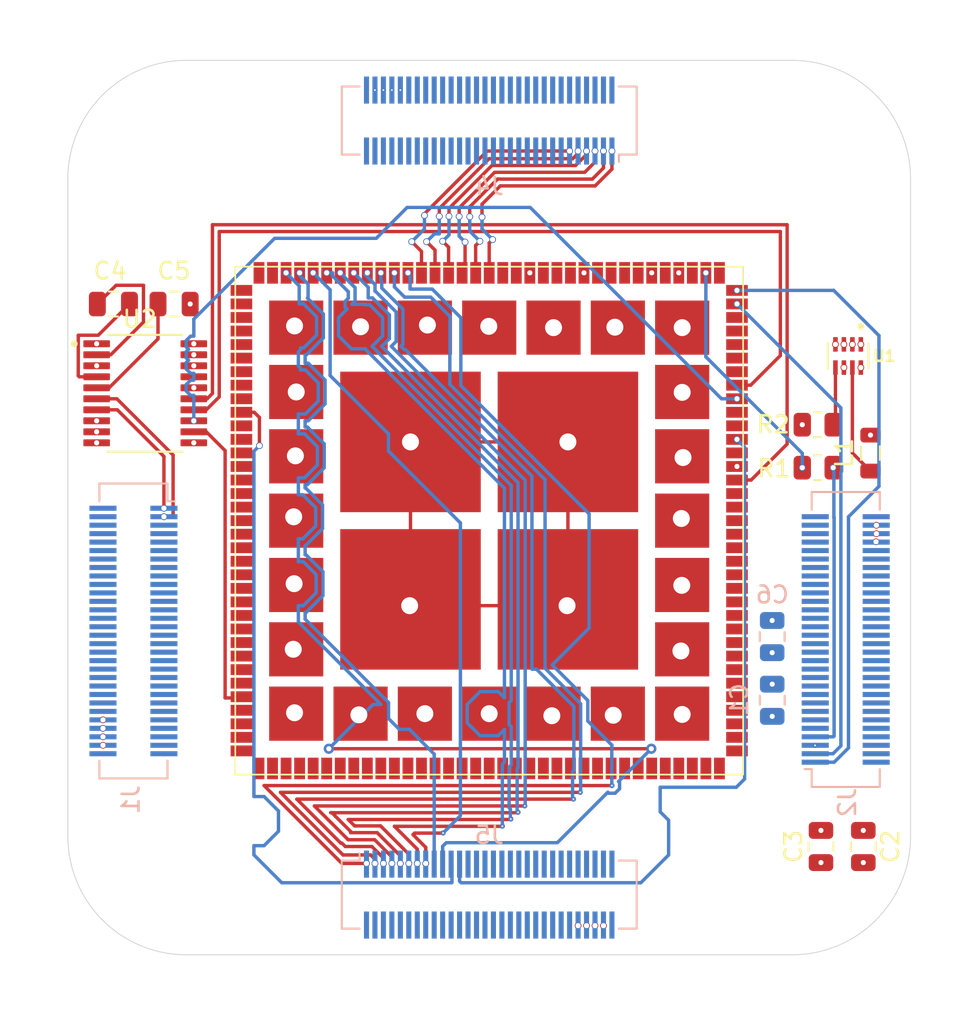
<source format=kicad_pcb>
(kicad_pcb (version 20241229) (generator "pcbnew") (generator_version "9.0")
  (layers (0 "F.Cu" signal) (4 "In1.Cu" power) (6 "In2.Cu" power) (8 "In3.Cu" power) (10 "In4.Cu" power) (2 "B.Cu" power) (13 "F.Paste" user) (15 "B.Paste" user) (5 "F.SilkS" user "F.Silkscreen") (7 "B.SilkS" user "B.Silkscreen") (1 "F.Mask" user) (3 "B.Mask" user) (25 "Edge.Cuts" user))
  (net 0 "")
  (net 3 "+5V")
  (net 13 "+3.3V")
  (net 31 "Net-(U2-CAPM)")
  (net 41 "Net-(U2-CAPP)")
  (net 56 "Net-(U2-VNEG)")
  (net 57 "+3.7VBAT")
  (net 112 "/AUDIO_RIGHT")
  (net 113 "/AUDIO_LEFT")
  (net 114 "/USB_N")
  (net 115 "/USB_VBUS_DET")
  (net 116 "/USB_P")
  (net 117 "/SAI_BITCLOCK")
  (net 118 "Net-(MCM93_MOD1-Pad2)")
  (net 119 "/AUDIO_DATA_OUT")
  (net 120 "/AUDIO_FRAME_CLOCK")
  (net 121 "Net-(U1-VSET)")
  (net 122 "Net-(U1-SW)")
  (net 326 "GND")
  (net 327 "/CSI_D1_N")
  (net 328 "/CSI_CLK_N")
  (net 329 "/CSI_CLK_P")
  (net 330 "/CSI_D0_N")
  (net 331 "/CSI_D1_P")
  (net 332 "/CSI_D0_P")
  (net 333 "/I2C3_SCL")
  (net 334 "/DSI_CLK_P")
  (net 335 "/DSI_D3_N")
  (net 336 "/DSI_D2_P")
  (net 337 "/I2C3_SDA")
  (net 338 "/DSI_D0_N")
  (net 339 "/DSI_D3_P")
  (net 340 "/DSI_D1_N")
  (net 341 "/DSI_D1_P")
  (net 342 "/DSI_D2_N")
  (net 343 "/DSI_CLK_N")
  (net 344 "/DSI_D0_P")
  (footprint "Resistor_SMD:R_0805_2012Metric" (layer "F.Cu") (at 171.8075 91.62415)
    (property "Reference" "R1")
    (property "Value" "100Kohm")
  )
  (footprint "TPS62840:SON50P200X150X100-8N" (layer "F.Cu") (at 173.603912 85.026087 -90)
    (property "Reference" "U1")
    (property "Value" "TPS62840DLCR")
  )
  (footprint "Inductor_SMD:L_0805_2012Metric" (layer "F.Cu") (at 174.92374 90.762079 90)
    (property "Reference" "L1")
    (property "Value" "2.2uH")
  )
  (footprint "" (layer "F.Cu") (at 166.5 112.5)
    (property "Reference" "")
    (property "Value" "")
  )
  (footprint "MountingHole:MountingHole_2.2mm_M2" (layer "F.Cu") (at 166.5 75.5)
    (property "Reference" "REF**" (hide yes))
    (property "Value" "MountingHole_2.2mm_M2" (hide yes))
  )
  (footprint "PCM5102APWR:SOP65P640X120-20N" (layer "F.Cu") (at 132.08 87.230139)
    (property "Reference" "U2")
    (property "Value" "PCM5102APWR")
  )
  (footprint "MountingHole:MountingHole_2.2mm_M2" (layer "F.Cu") (at 138.5 75.5)
    (property "Reference" "REF**" (hide yes))
    (property "Value" "MountingHole_2.2mm_M2" (hide yes))
  )
  (footprint "Capacitor_SMD:C_0805_2012Metric" (layer "F.Cu") (at 130.200477 81.957219)
    (property "Reference" "C4")
    (property "Value" "2.2uF")
  )
  (footprint "LGA:LGA-140-080-30x30-iMX93" (layer "F.Cu") (at 152.4 94.75244)
    (property "Reference" "MCM93_MOD1" (hide yes))
    (property "Value" "MCM93_MOD" (hide yes))
  )
  (footprint "Capacitor_SMD:C_0805_2012Metric" (layer "F.Cu") (at 172 114 90)
    (property "Reference" "C3")
    (property "Value" "10uF")
  )
  (footprint "Capacitor_SMD:C_0805_2012Metric" (layer "F.Cu") (at 174.5 114 90)
    (property "Reference" "C2")
    (property "Value" "4.7uF")
  )
  (footprint "" (layer "F.Cu") (at 138.5 112.5)
    (property "Reference" "")
    (property "Value" "")
  )
  (footprint "LOGO" (layer "F.Cu") (at 171.186552 90.361142)
    (property "Reference" "G***" (hide yes))
    (property "Value" "LOGO" (hide yes))
  )
  (footprint "Resistor_SMD:R_0805_2012Metric" (layer "F.Cu") (at 171.8075 89.085009)
    (property "Reference" "R2")
    (property "Value" "267K")
  )
  (footprint "Capacitor_SMD:C_0805_2012Metric" (layer "F.Cu") (at 133.784141 81.957219)
    (property "Reference" "C5")
    (property "Value" "2.2uF")
  )
  (footprint "Capacitor_SMD:C_0805_2012Metric" (layer "B.Cu") (at 169.115906 101.6 90)
    (property "Reference" "C6")
    (property "Value" "22uF")
  )
  (footprint "Connector_Hirose:Hirose_DF12_DF12E3.0-60DP-0.5V_2x30_P0.50mm_Vertical" (layer "B.Cu") (at 152.4 116.84)
    (property "Reference" "J5")
    (property "Value" "Conn_2Rows-59Pins")
  )
  (footprint "Capacitor_SMD:C_0805_2012Metric" (layer "B.Cu") (at 169.118607 105.361699 -90)
    (property "Reference" "C1")
    (property "Value" "22uF")
  )
  (footprint "Connector_Hirose:Hirose_DF12_DF12E3.0-60DP-0.5V_2x30_P0.50mm_Vertical" (layer "B.Cu") (at 152.4 71.12 180)
    (property "Reference" "J4")
    (property "Value" "Conn_2Rows-59Pins")
  )
  (footprint "Connector_Hirose:Hirose_DF12_DF12E3.0-60DP-0.5V_2x30_P0.50mm_Vertical" (layer "B.Cu") (at 173.46 101.77 90)
    (property "Reference" "J2")
    (property "Value" "Conn_2Rows-59Pins")
  )
  (footprint "Connector_Hirose:Hirose_DF12_DF12E3.0-60DP-0.5V_2x30_P0.50mm_Vertical" (layer "B.Cu") (at 131.383729 101.27 -90)
    (property "Reference" "J1")
    (property "Value" "Conn_2Rows-59Pins")
  )
  (gr_arc (start 177.292 113.396) (mid 175.241747 118.345747) (end 170.292 120.396) (stroke (width 0.05)) (layer "Edge.Cuts"))
  (gr_arc (start 170.292 67.564) (mid 175.241747 69.614253) (end 177.292 74.564) (stroke (width 0.05)) (layer "Edge.Cuts"))
  (gr_line (start 177.292 74.564) (end 177.292 113.396) (stroke (width 0.05)) (layer "Edge.Cuts"))
  (gr_line (start 170.292 120.396) (end 134.508 120.396) (stroke (width 0.05)) (layer "Edge.Cuts"))
  (gr_arc (start 134.508 120.396) (mid 129.558253 118.345747) (end 127.508 113.396) (stroke (width 0.05)) (layer "Edge.Cuts"))
  (gr_arc (start 127.508 74.564) (mid 129.558253 69.614253) (end 134.508 67.564) (stroke (width 0.05)) (layer "Edge.Cuts"))
  (gr_line (start 127.508 113.396) (end 127.508 74.564) (stroke (width 0.05)) (layer "Edge.Cuts"))
  (gr_line (start 134.508 67.564) (end 170.292 67.564) (stroke (width 0.05)) (layer "Edge.Cuts"))
  (via blind (at 169.118607 104.411699) (size 0.4) (drill 0.3) (layers "F.Cu" "In1.Cu") (net 3))
  (via blind (at 162 80.11544) (size 0.4) (drill 0.3) (layers "F.Cu" "In1.Cu") (net 3))
  (via blind (at 154.8 80.11544) (size 0.4) (drill 0.3) (layers "F.Cu" "In1.Cu") (net 3))
  (via blind (at 163.6 80.11544) (size 0.4) (drill 0.3) (layers "F.Cu" "In1.Cu") (net 3))
  (via blind (at 157.65 118.675) (size 0.4) (drill 0.3) (layers "F.Cu" "In1.Cu") (net 3))
  (via blind (at 173.853912 84.341087) (size 0.4) (drill 0.3) (layers "F.Cu" "In1.Cu") (net 3))
  (via blind (at 147.15 69.32) (size 0.3) (drill 0.1) (layers "F.Cu" "In1.Cu") (net 3))
  (via blind (at 173.353912 84.341087) (size 0.4) (drill 0.3) (layers "F.Cu" "In1.Cu") (net 3))
  (via blind (at 129.583729 106.52) (size 0.4) (drill 0.3) (layers "F.Cu" "In1.Cu") (net 3))
  (via blind (at 174.5 114.95) (size 0.4) (drill 0.3) (layers "F.Cu" "In1.Cu") (net 3))
  (via blind (at 175.275 95.525) (size 0.4) (drill 0.3) (layers "F.Cu" "In1.Cu") (net 3))
  (via blind (at 158 80.11544) (size 0.4) (drill 0.3) (layers "F.Cu" "In1.Cu") (net 3))
  (via blind (at 129.583729 107.02) (size 0.4) (drill 0.3) (layers "F.Cu" "In2.Cu") (net 13))
  (via blind (at 172 114.95) (size 0.6) (drill 0.3) (layers "F.Cu" "In2.Cu") (net 13))
  (via blind (at 129.21 84.305139) (size 0.4) (drill 0.3) (layers "F.Cu" "In2.Cu") (net 13))
  (via blind (at 129.21 88.855139) (size 0.4) (drill 0.3) (layers "F.Cu" "In2.Cu") (net 13))
  (via blind (at 146.65 69.32) (size 0.3) (drill 0.1) (layers "F.Cu" "In2.Cu") (net 13))
  (via blind (at 134.95 84.305139) (size 0.4) (drill 0.3) (layers "F.Cu" "In2.Cu") (net 13))
  (via blind (at 174.92374 89.699579) (size 0.4) (drill 0.3) (layers "F.Cu" "In2.Cu") (net 13))
  (via blind (at 174.353912 85.711087) (size 0.4) (drill 0.3) (layers "F.Cu" "In2.Cu") (net 13))
  (via blind (at 158.15 118.675) (size 0.4) (drill 0.3) (layers "F.Cu" "In2.Cu") (net 13))
  (segment (start 128.134861 83.799139) (end 128.124 83.81) (width 0.2) (layer "F.Cu") (net 31))
  (segment (start 131.150477 81.957219) (end 129.308557 83.799139) (width 0.2) (layer "F.Cu") (net 31))
  (segment (start 128.124 83.81) (end 128.124 86.194217) (width 0.2) (layer "F.Cu") (net 31))
  (segment (start 128.124 86.194217) (end 128.184922 86.255139) (width 0.2) (layer "F.Cu") (net 31))
  (segment (start 129.308557 83.799139) (end 128.134861 83.799139) (width 0.2) (layer "F.Cu") (net 31))
  (segment (start 128.184922 86.255139) (end 129.21 86.255139) (width 0.2) (layer "F.Cu") (net 31))
  (segment (start 130.044861 84.955139) (end 129.21 84.955139) (width 0.2) (layer "F.Cu") (net 41))
  (segment (start 131.975 83.025) (end 130.044861 84.955139) (width 0.2) (layer "F.Cu") (net 41))
  (segment (start 131.975 80.85) (end 131.975 83.025) (width 0.2) (layer "F.Cu") (net 41))
  (segment (start 130.357696 80.85) (end 131.975 80.85) (width 0.2) (layer "F.Cu") (net 41))
  (segment (start 129.250477 81.957219) (end 130.357696 80.85) (width 0.2) (layer "F.Cu") (net 41))
  (segment (start 132.834141 84.018076) (end 129.947078 86.905139) (width 0.2) (layer "F.Cu") (net 56))
  (segment (start 129.947078 86.905139) (end 129.21 86.905139) (width 0.2) (layer "F.Cu") (net 56))
  (segment (start 132.834141 81.957219) (end 132.834141 84.018076) (width 0.2) (layer "F.Cu") (net 56))
  (via blind (at 129.583729 107.52) (size 0.4) (drill 0.3) (layers "F.Cu" "In3.Cu") (net 57))
  (via blind (at 146.15 69.32) (size 0.3) (drill 0.1) (layers "F.Cu" "In3.Cu") (net 57))
  (via blind (at 175.25 96) (size 0.4) (drill 0.3) (layers "F.Cu" "In3.Cu") (net 57))
  (via blind (at 158.65 118.675) (size 0.4) (drill 0.3) (layers "F.Cu" "In3.Cu") (net 57))
  (via blind (at 169.115906 102.55) (size 0.4) (drill 0.3) (layers "F.Cu" "In3.Cu") (net 57))
  (segment (start 133.183729 90.958729) (end 130.430139 88.205139) (width 0.2) (layer "F.Cu") (net 112))
  (segment (start 133.183729 94.02) (end 133.183729 90.958729) (width 0.2) (layer "F.Cu") (net 112))
  (segment (start 130.430139 88.205139) (end 129.21 88.205139) (width 0.2) (layer "F.Cu") (net 112))
  (via (at 133.183729 94.02) (size 0.4) (drill 0.3) (layers "F.Cu" "B.Cu") (net 112))
  (segment (start 133.716271 94.52) (end 133.725 94.511271) (width 0.2) (layer "F.Cu") (net 113))
  (segment (start 133.725 90.875) (end 130.405139 87.555139) (width 0.2) (layer "F.Cu") (net 113))
  (segment (start 130.405139 87.555139) (end 129.21 87.555139) (width 0.2) (layer "F.Cu") (net 113))
  (segment (start 133.183729 94.52) (end 133.716271 94.52) (width 0.2) (layer "F.Cu") (net 113))
  (segment (start 133.725 94.511271) (end 133.725 90.875) (width 0.2) (layer "F.Cu") (net 113))
  (via (at 133.183729 94.52) (size 0.4) (drill 0.3) (layers "F.Cu" "B.Cu") (net 113))
  (via (at 167.037 81.15244) (size 0.4) (drill 0.3) (layers "F.Cu" "B.Cu") (net 114))
  (segment (start 172.74756 81.15244) (end 172.75 81.15) (width 0.2) (layer "B.Cu") (net 114))
  (segment (start 167.037 81.15244) (end 172.74756 81.15244) (width 0.2) (layer "B.Cu") (net 114))
  (segment (start 175.42474 92.72526) (end 173.625 94.525) (width 0.2) (layer "B.Cu") (net 114))
  (segment (start 173.625 94.525) (end 173.625 108.1741) (width 0.2) (layer "B.Cu") (net 114))
  (segment (start 172.7791 109.02) (end 171.66 109.02) (width 0.2) (layer "B.Cu") (net 114))
  (segment (start 175.42474 83.82474) (end 175.42474 92.72526) (width 0.2) (layer "B.Cu") (net 114))
  (segment (start 173.625 108.1741) (end 172.7791 109.02) (width 0.2) (layer "B.Cu") (net 114))
  (segment (start 172.75 81.15) (end 175.42474 83.82474) (width 0.2) (layer "B.Cu") (net 114))
  (via (at 172.72 91.62415) (size 0.4) (drill 0.3) (layers "F.Cu" "B.Cu") (net 115))
  (segment (start 172.73 107.52) (end 171.66 107.52) (width 0.2) (layer "B.Cu") (net 115))
  (segment (start 172.761 94.573) (end 172.761 91.66515) (width 0.2) (layer "B.Cu") (net 115))
  (segment (start 172.775 94.575) (end 172.775 107.475) (width 0.2) (layer "B.Cu") (net 115))
  (segment (start 172.761 91.66515) (end 172.72 91.62415) (width 0.2) (layer "B.Cu") (net 115))
  (segment (start 172.773 94.573) (end 172.775 94.575) (width 0.2) (layer "B.Cu") (net 115))
  (segment (start 172.761 94.573) (end 172.773 94.573) (width 0.2) (layer "B.Cu") (net 115))
  (segment (start 172.775 107.475) (end 172.73 107.52) (width 0.2) (layer "B.Cu") (net 115))
  (via (at 167.037 81.95244) (size 0.4) (drill 0.3) (layers "F.Cu" "B.Cu") (net 116))
  (segment (start 173.175 91.877671) (end 173.175 108.057) (width 0.2) (layer "B.Cu") (net 116))
  (segment (start 173.175 108.057) (end 172.712 108.52) (width 0.2) (layer "B.Cu") (net 116))
  (segment (start 173.175 88.09044) (end 173.175 91.370629) (width 0.2) (layer "B.Cu") (net 116))
  (segment (start 173.221 91.416629) (end 173.221 91.831671) (width 0.2) (layer "B.Cu") (net 116))
  (segment (start 172.712 108.52) (end 171.66 108.52) (width 0.2) (layer "B.Cu") (net 116))
  (segment (start 173.175 91.370629) (end 173.221 91.416629) (width 0.2) (layer "B.Cu") (net 116))
  (segment (start 167.037 81.95244) (end 173.175 88.09044) (width 0.2) (layer "B.Cu") (net 116))
  (segment (start 173.221 91.831671) (end 173.175 91.877671) (width 0.2) (layer "B.Cu") (net 116))
  (via (at 167.037 87.55244) (size 0.4) (drill 0.3) (layers "F.Cu" "B.Cu") (net 117))
  (via (at 134.95 88.855139) (size 0.4) (drill 0.3) (layers "F.Cu" "B.Cu") (net 117))
  (segment (start 167.037 87.55244) (end 166.12256 87.55244) (width 0.2) (layer "B.Cu") (net 117))
  (segment (start 134.95 86.454139) (end 134.763189 86.454139) (width 0.2) (layer "B.Cu") (net 117))
  (segment (start 134.763189 83.854139) (end 134.499 84.118328) (width 0.2) (layer "B.Cu") (net 117))
  (segment (start 147.555139 76.25) (end 145.730139 78.075) (width 0.2) (layer "B.Cu") (net 117))
  (segment (start 134.499 86.718328) (end 134.499 87.09195) (width 0.2) (layer "B.Cu") (net 117))
  (segment (start 154.82012 76.25) (end 147.555139 76.25) (width 0.2) (layer "B.Cu") (net 117))
  (segment (start 145.730139 78.075) (end 139.725 78.075) (width 0.2) (layer "B.Cu") (net 117))
  (segment (start 134.499 84.49195) (end 134.637189 84.630139) (width 0.2) (layer "B.Cu") (net 117))
  (segment (start 134.499 84.118328) (end 134.499 84.49195) (width 0.2) (layer "B.Cu") (net 117))
  (segment (start 134.499 85.418328) (end 134.499 85.79195) (width 0.2) (layer "B.Cu") (net 117))
  (segment (start 134.637189 84.630139) (end 134.499 84.768328) (width 0.2) (layer "B.Cu") (net 117))
  (segment (start 134.763189 86.056139) (end 134.95 86.056139) (width 0.2) (layer "B.Cu") (net 117))
  (segment (start 134.499 87.09195) (end 134.763189 87.356139) (width 0.2) (layer "B.Cu") (net 117))
  (segment (start 134.763189 86.454139) (end 134.499 86.718328) (width 0.2) (layer "B.Cu") (net 117))
  (segment (start 134.499 84.768328) (end 134.499 85.14195) (width 0.2) (layer "B.Cu") (net 117))
  (segment (start 134.95 87.356139) (end 134.95 88.855139) (width 0.2) (layer "B.Cu") (net 117))
  (segment (start 134.763189 87.356139) (end 134.95 87.356139) (width 0.2) (layer "B.Cu") (net 117))
  (segment (start 139.725 78.075) (end 134.95 82.85) (width 0.2) (layer "B.Cu") (net 117))
  (segment (start 134.637189 85.280139) (end 134.499 85.418328) (width 0.2) (layer "B.Cu") (net 117))
  (segment (start 134.499 85.14195) (end 134.637189 85.280139) (width 0.2) (layer "B.Cu") (net 117))
  (segment (start 134.95 83.854139) (end 134.763189 83.854139) (width 0.2) (layer "B.Cu") (net 117))
  (segment (start 134.95 86.056139) (end 134.95 86.454139) (width 0.2) (layer "B.Cu") (net 117))
  (segment (start 134.499 85.79195) (end 134.763189 86.056139) (width 0.2) (layer "B.Cu") (net 117))
  (segment (start 166.12256 87.55244) (end 154.82012 76.25) (width 0.2) (layer "B.Cu") (net 117))
  (segment (start 134.95 82.85) (end 134.95 83.854139) (width 0.2) (layer "B.Cu") (net 117))
  (via (at 165.2 80.11544) (size 0.4) (drill 0.3) (layers "F.Cu" "B.Cu") (net 118))
  (via (at 170.895 91.62415) (size 0.4) (drill 0.3) (layers "F.Cu" "B.Cu") (net 118))
  (segment (start 170.895 90.772629) (end 165.2 85.077629) (width 0.2) (layer "B.Cu") (net 118))
  (segment (start 165.2 85.077629) (end 165.2 80.11544) (width 0.2) (layer "B.Cu") (net 118))
  (segment (start 170.895 91.62415) (end 170.895 90.772629) (width 0.2) (layer "B.Cu") (net 118))
  (segment (start 136.8 90.618061) (end 136.8 105.225) (width 0.2) (layer "F.Cu") (net 119))
  (segment (start 167.84756 86.75244) (end 167.037 86.75244) (width 0.2) (layer "F.Cu") (net 119))
  (segment (start 136.451 87.441217) (end 136.451 77.676) (width 0.2) (layer "F.Cu") (net 119))
  (segment (start 169.599 85.001) (end 167.84756 86.75244) (width 0.2) (layer "F.Cu") (net 119))
  (segment (start 136.8 105.225) (end 137.68944 105.225) (width 0.2) (layer "F.Cu") (net 119))
  (segment (start 135.687078 89.505139) (end 136.8 90.618061) (width 0.2) (layer "F.Cu") (net 119))
  (segment (start 136.451 77.676) (end 169.599 77.676) (width 0.2) (layer "F.Cu") (net 119))
  (segment (start 135.687078 88.205139) (end 136.451 87.441217) (width 0.2) (layer "F.Cu") (net 119))
  (segment (start 134.95 89.505139) (end 135.687078 89.505139) (width 0.2) (layer "F.Cu") (net 119))
  (segment (start 137.68944 105.225) (end 137.762 105.15244) (width 0.2) (layer "F.Cu") (net 119))
  (segment (start 169.599 77.676) (end 169.599 85.001) (width 0.2) (layer "F.Cu") (net 119))
  (segment (start 134.95 88.205139) (end 135.687078 88.205139) (width 0.2) (layer "F.Cu") (net 119))
  (segment (start 170 77.275) (end 170 90.22694) (width 0.2) (layer "F.Cu") (net 120))
  (segment (start 135.734999 87.555139) (end 136.05 87.240138) (width 0.2) (layer "F.Cu") (net 120))
  (segment (start 170 90.22694) (end 167.8745 92.35244) (width 0.2) (layer "F.Cu") (net 120))
  (segment (start 136.05 87.240138) (end 136.05 77.275) (width 0.2) (layer "F.Cu") (net 120))
  (segment (start 136.05 77.275) (end 170 77.275) (width 0.2) (layer "F.Cu") (net 120))
  (segment (start 167.8745 92.35244) (end 167.037 92.35244) (width 0.2) (layer "F.Cu") (net 120))
  (segment (start 134.95 87.555139) (end 135.734999 87.555139) (width 0.2) (layer "F.Cu") (net 120))
  (segment (start 172.853912 85.711087) (end 172.853912 88.951097) (width 0.2) (layer "F.Cu") (net 121))
  (segment (start 172.853912 88.951097) (end 172.72 89.085009) (width 0.2) (layer "F.Cu") (net 121))
  (segment (start 174.92374 91.824579) (end 173.853912 90.754751) (width 0.2) (layer "F.Cu") (net 122))
  (segment (start 173.853912 90.754751) (end 173.853912 85.711087) (width 0.2) (layer "F.Cu") (net 122))
  (segment (start 157.05 90.10244) (end 157.05 99.725) (width 0.2) (layer "F.Cu") (net 326))
  (segment (start 140.825 106.025) (end 140.9 106.1) (width 0.2) (layer "F.Cu") (net 326))
  (segment (start 147.75 99.725) (end 147.75 90.10244) (width 0.2) (layer "F.Cu") (net 326))
  (segment (start 163.8 98.6) (end 163.775 98.575) (width 0.2) (layer "F.Cu") (net 326))
  (segment (start 163.8 102.525) (end 163.725 102.45) (width 0.2) (layer "F.Cu") (net 326))
  (segment (start 148.825 83.275) (end 148.75 83.2) (width 0.2) (layer "F.Cu") (net 326))
  (segment (start 141 94.375) (end 140.85 94.525) (width 0.2) (layer "F.Cu") (net 326))
  (segment (start 147.7 99.775) (end 147.75 99.725) (width 0.2) (layer "F.Cu") (net 326))
  (segment (start 157 99.775) (end 147.7 99.775) (width 0.2) (layer "F.Cu") (net 326))
  (segment (start 152.45244 83.35244) (end 152.375 83.275) (width 0.2) (layer "F.Cu") (net 326))
  (segment (start 163.8 91.075) (end 163.85 91.025) (width 0.2) (layer "F.Cu") (net 326))
  (segment (start 141 98.35) (end 140.875 98.475) (width 0.2) (layer "F.Cu") (net 326))
  (segment (start 141 90.875) (end 140.95 90.925) (width 0.2) (layer "F.Cu") (net 326))
  (segment (start 159.825 83.325) (end 159.79756 83.35244) (width 0.2) (layer "F.Cu") (net 326))
  (segment (start 144.8 87.15244) (end 147.75 90.10244) (width 0.2) (layer "F.Cu") (net 326))
  (segment (start 157.05 99.725) (end 157 99.775) (width 0.2) (layer "F.Cu") (net 326))
  (segment (start 159.62988 106.15244) (end 159.725 106.24756) (width 0.2) (layer "F.Cu") (net 326))
  (segment (start 147.75 90.10244) (end 157.05 90.10244) (width 0.2) (layer "F.Cu") (net 326))
  (segment (start 141 102.175) (end 140.825 102.35) (width 0.2) (layer "F.Cu") (net 326))
  (segment (start 140.9 83.25244) (end 141 83.35244) (width 0.2) (layer "F.Cu") (net 326))
  (via blind (at 173.353912 85.711087) (size 0.4) (drill 0.3) (layers "F.Cu" "In4.Cu") (net 326))
  (via blind (at 140.95 90.925) (size 2) (drill 1) (layers "F.Cu" "In4.Cu") (net 326))
  (via blind (at 140.9 106.1) (size 2) (drill 1) (layers "F.Cu" "In4.Cu") (net 326))
  (via blind (at 129.583729 108.02) (size 0.4) (drill 0.3) (layers "F.Cu" "In4.Cu") (net 326))
  (via blind (at 163.75 94.625) (size 2) (drill 1) (layers "F.Cu" "In4.Cu") (net 326))
  (via blind (at 152.4 106.15244) (size 2) (drill 1) (layers "F.Cu" "In4.Cu") (net 326))
  (via blind (at 174.353912 84.341087) (size 0.4) (drill 0.3) (layers "F.Cu" "In4.Cu") (net 326))
  (via blind (at 148.75 83.2) (size 2) (drill 1) (layers "F.Cu" "In4.Cu") (net 326))
  (via blind (at 169.118607 106.311699) (size 0.4) (drill 0.3) (layers "F.Cu" "In4.Cu") (net 326))
  (via blind (at 167.037 91.55244) (size 0.4) (drill 0.3) (layers "F.Cu" "In4.Cu") (net 326))
  (via blind (at 169.115906 100.65) (size 0.4) (drill 0.3) (layers "F.Cu" "In4.Cu") (net 326))
  (via blind (at 134.734141 81.957219) (size 0.4) (drill 0.3) (layers "F.Cu" "In4.Cu") (net 326))
  (via blind (at 134.95 85.605139) (size 0.4) (drill 0.3) (layers "F.Cu" "In4.Cu") (net 326))
  (via blind (at 157 99.775) (size 2) (drill 1) (layers "F.Cu" "In4.Cu") (net 326))
  (via blind (at 159.725 106.24756) (size 2) (drill 1) (layers "F.Cu" "In4.Cu") (net 326))
  (via blind (at 172 113.05) (size 0.4) (drill 0.3) (layers "F.Cu" "In4.Cu") (net 326))
  (via blind (at 134.95 84.955139) (size 0.4) (drill 0.3) (layers "F.Cu" "In4.Cu") (net 326))
  (via blind (at 140.875 98.475) (size 2) (drill 1) (layers "F.Cu" "In4.Cu") (net 326))
  (via blind (at 163.725 102.45) (size 2) (drill 1) (layers "F.Cu" "In4.Cu") (net 326))
  (via blind (at 129.21 85.605139) (size 0.4) (drill 0.3) (layers "F.Cu" "In4.Cu") (net 326))
  (via blind (at 159.825 83.325) (size 2) (drill 1) (layers "F.Cu" "In4.Cu") (net 326))
  (via blind (at 134.95 86.905139) (size 0.4) (drill 0.3) (layers "F.Cu" "In4.Cu") (net 326))
  (via blind (at 140.85 94.525) (size 2) (drill 1) (layers "F.Cu" "In4.Cu") (net 326))
  (via blind (at 144.7 106.22256) (size 2) (drill 1) (layers "F.Cu" "In4.Cu") (net 326))
  (via blind (at 163.8 106.2) (size 2) (drill 1) (layers "F.Cu" "In4.Cu") (net 326))
  (via blind (at 129.21 89.505139) (size 0.4) (drill 0.3) (layers "F.Cu" "In4.Cu") (net 326))
  (via blind (at 140.825 102.35) (size 2) (drill 1) (layers "F.Cu" "In4.Cu") (net 326))
  (via blind (at 152.375 83.275) (size 2) (drill 1) (layers "F.Cu" "In4.Cu") (net 326))
  (via blind (at 141 87.15244) (size 2) (drill 1) (layers "F.Cu" "In4.Cu") (net 326))
  (via blind (at 156.1 106.275) (size 2) (drill 1) (layers "F.Cu" "In4.Cu") (net 326))
  (via blind (at 147.75 90.10244) (size 2) (drill 1) (layers "F.Cu" "In4.Cu") (net 326))
  (via blind (at 145.65 69.32) (size 0.3) (drill 0.1) (layers "F.Cu" "In4.Cu") (net 326))
  (via blind (at 159.15 118.675) (size 0.4) (drill 0.3) (layers "F.Cu" "In4.Cu") (net 326))
  (via blind (at 163.775 98.575) (size 2) (drill 1) (layers "F.Cu" "In4.Cu") (net 326))
  (via blind (at 163.8 87.175) (size 2) (drill 1) (layers "F.Cu" "In4.Cu") (net 326))
  (via blind (at 163.8 83.35244) (size 2) (drill 1) (layers "F.Cu" "In4.Cu") (net 326))
  (via blind (at 148.6 106.15244) (size 2) (drill 1) (layers "F.Cu" "In4.Cu") (net 326))
  (via blind (at 174.5 113.05) (size 0.4) (drill 0.3) (layers "F.Cu" "In4.Cu") (net 326))
  (via blind (at 156.2 83.35244) (size 2) (drill 1) (layers "F.Cu" "In4.Cu") (net 326))
  (via blind (at 144.8 83.3) (size 2) (drill 1) (layers "F.Cu" "In4.Cu") (net 326))
  (via blind (at 163.85 91.025) (size 2) (drill 1) (layers "F.Cu" "In4.Cu") (net 326))
  (via blind (at 129.21 90.155139) (size 0.4) (drill 0.3) (layers "F.Cu" "In4.Cu") (net 326))
  (via blind (at 140.9 83.25244) (size 2) (drill 1) (layers "F.Cu" "In4.Cu") (net 326))
  (via blind (at 134.95 90.155139) (size 0.4) (drill 0.3) (layers "F.Cu" "In4.Cu") (net 326))
  (via blind (at 175.275 95.025) (size 0.4) (drill 0.3) (layers "F.Cu" "In4.Cu") (net 326))
  (via blind (at 147.7 99.775) (size 2) (drill 1) (layers "F.Cu" "In4.Cu") (net 326))
  (via blind (at 172.853912 84.341087) (size 0.4) (drill 0.3) (layers "F.Cu" "In4.Cu") (net 326))
  (via blind (at 170.895 89.085009) (size 0.4) (drill 0.3) (layers "F.Cu" "In4.Cu") (net 326))
  (via blind (at 171.65 108.025) (size 0.3) (drill 0.1) (layers "F.Cu" "In4.Cu") (net 326))
  (via blind (at 157.05 90.10244) (size 2) (drill 1) (layers "F.Cu" "In4.Cu") (net 326))
  (segment (start 175.211 95.069) (end 175.26 95.02) (width 0.2) (layer "B.Cu") (net 326))
  (segment (start 149.2 78.775) (end 149.2 80.11544) (width 0.2) (layer "F.Cu") (net 327))
  (segment (start 157.65 72.92) (end 157.65 73.057811) (width 0.2) (layer "F.Cu") (net 327))
  (segment (start 157.65 73.057811) (end 157.332811 73.375) (width 0.2) (layer "F.Cu") (net 327))
  (segment (start 152.3921 73.375) (end 149.45 76.3171) (width 0.2) (layer "F.Cu") (net 327))
  (segment (start 157.332811 73.375) (end 152.3921 73.375) (width 0.2) (layer "F.Cu") (net 327))
  (segment (start 149.45 76.3171) (end 149.45 76.775) (width 0.2) (layer "F.Cu") (net 327))
  (segment (start 148.7 78.275) (end 149.2 78.775) (width 0.2) (layer "F.Cu") (net 327))
  (via (at 148.7 78.275) (size 0.4) (drill 0.3) (layers "F.Cu" "B.Cu") (net 327))
  (via (at 157.65 72.92) (size 0.4) (drill 0.3) (layers "F.Cu" "B.Cu") (net 327))
  (via (at 149.45 76.775) (size 0.4) (drill 0.3) (layers "F.Cu" "B.Cu") (net 327))
  (segment (start 149.45 77.812189) (end 149.162811 77.812189) (width 0.2) (layer "B.Cu") (net 327))
  (segment (start 149.45 76.775) (end 149.5 76.825) (width 0.2) (layer "B.Cu") (net 327))
  (segment (start 149.45 76.775) (end 149.45 77.812189) (width 0.2) (layer "B.Cu") (net 327))
  (segment (start 149.162811 77.812189) (end 148.7 78.275) (width 0.2) (layer "B.Cu") (net 327))
  (segment (start 151.975 76.0605) (end 151.975 76.825) (width 0.2) (layer "F.Cu") (net 328))
  (segment (start 153.0565 74.979) (end 151.975 76.0605) (width 0.2) (layer "F.Cu") (net 328))
  (segment (start 159.65 72.92) (end 159.65 73.9871) (width 0.2) (layer "F.Cu") (net 328))
  (segment (start 152.4 78.35) (end 152.4 80.11544) (width 0.2) (layer "F.Cu") (net 328))
  (segment (start 159.65 73.9871) (end 158.6581 74.979) (width 0.2) (layer "F.Cu") (net 328))
  (segment (start 152.6 78.15) (end 152.4 78.35) (width 0.2) (layer "F.Cu") (net 328))
  (segment (start 158.6581 74.979) (end 153.0565 74.979) (width 0.2) (layer "F.Cu") (net 328))
  (via (at 152.6 78.15) (size 0.4) (drill 0.3) (layers "F.Cu" "B.Cu") (net 328))
  (via (at 159.65 72.92) (size 0.4) (drill 0.3) (layers "F.Cu" "B.Cu") (net 328))
  (via (at 151.975 76.825) (size 0.4) (drill 0.3) (layers "F.Cu" "B.Cu") (net 328))
  (segment (start 151.975 76.825) (end 151.975 77.525) (width 0.2) (layer "B.Cu") (net 328))
  (segment (start 151.975 77.525) (end 152.6 78.15) (width 0.2) (layer "B.Cu") (net 328))
  (segment (start 151.6 78.5) (end 151.6 80.11544) (width 0.2) (layer "F.Cu") (net 329))
  (segment (start 159.15 73.92) (end 158.492 74.578) (width 0.2) (layer "F.Cu") (net 329))
  (segment (start 158.492 74.578) (end 152.8904 74.578) (width 0.2) (layer "F.Cu") (net 329))
  (segment (start 159.15 72.92) (end 159.15 73.92) (width 0.2) (layer "F.Cu") (net 329))
  (segment (start 152.8904 74.578) (end 151.25 76.2184) (width 0.2) (layer "F.Cu") (net 329))
  (segment (start 151.25 76.2184) (end 151.25 76.8) (width 0.2) (layer "F.Cu") (net 329))
  (segment (start 151.85 78.25) (end 151.6 78.5) (width 0.2) (layer "F.Cu") (net 329))
  (via (at 159.15 72.92) (size 0.4) (drill 0.3) (layers "F.Cu" "B.Cu") (net 329))
  (via (at 151.25 76.8) (size 0.4) (drill 0.3) (layers "F.Cu" "B.Cu") (net 329))
  (via (at 151.85 78.25) (size 0.4) (drill 0.3) (layers "F.Cu" "B.Cu") (net 329))
  (segment (start 151.25 76.8) (end 151.25 77.65) (width 0.2) (layer "B.Cu") (net 329))
  (segment (start 151.25 77.65) (end 151.85 78.25) (width 0.2) (layer "B.Cu") (net 329))
  (segment (start 150.975 78.3) (end 150.975 79.94044) (width 0.2) (layer "F.Cu") (net 330))
  (segment (start 150.625 76.2763) (end 150.625 76.78815) (width 0.2) (layer "F.Cu") (net 330))
  (segment (start 150.975 79.94044) (end 150.8 80.11544) (width 0.2) (layer "F.Cu") (net 330))
  (segment (start 158.65 72.92) (end 158.65 73.57) (width 0.2) (layer "F.Cu") (net 330))
  (segment (start 158.043 74.177) (end 152.7243 74.177) (width 0.2) (layer "F.Cu") (net 330))
  (segment (start 158.65 73.57) (end 158.043 74.177) (width 0.2) (layer "F.Cu") (net 330))
  (segment (start 152.7243 74.177) (end 150.625 76.2763) (width 0.2) (layer "F.Cu") (net 330))
  (via (at 150.975 78.3) (size 0.4) (drill 0.3) (layers "F.Cu" "B.Cu") (net 330))
  (via (at 158.65 72.92) (size 0.4) (drill 0.3) (layers "F.Cu" "B.Cu") (net 330))
  (via (at 150.625 76.78815) (size 0.4) (drill 0.3) (layers "F.Cu" "B.Cu") (net 330))
  (segment (start 150.625 76.78815) (end 150.625 77.95) (width 0.2) (layer "B.Cu") (net 330))
  (segment (start 150.625 77.95) (end 150.975 78.3) (width 0.2) (layer "B.Cu") (net 330))
  (segment (start 152.28 72.92) (end 148.575 76.625) (width 0.2) (layer "F.Cu") (net 331))
  (segment (start 148.4 78.85) (end 148.4 80.11544) (width 0.2) (layer "F.Cu") (net 331))
  (segment (start 157.15 72.92) (end 152.28 72.92) (width 0.2) (layer "F.Cu") (net 331))
  (segment (start 148.575 76.625) (end 148.575 76.725) (width 0.2) (layer "F.Cu") (net 331))
  (segment (start 147.825 78.275) (end 148.4 78.85) (width 0.2) (layer "F.Cu") (net 331))
  (via (at 148.575 76.725) (size 0.4) (drill 0.3) (layers "F.Cu" "B.Cu") (net 331))
  (via (at 147.825 78.275) (size 0.4) (drill 0.3) (layers "F.Cu" "B.Cu") (net 331))
  (via (at 157.15 72.92) (size 0.4) (drill 0.3) (layers "F.Cu" "B.Cu") (net 331))
  (segment (start 148.575 77.525) (end 147.825 78.275) (width 0.2) (layer "B.Cu") (net 331))
  (segment (start 148.575 77.425) (end 148.575 77.525) (width 0.2) (layer "B.Cu") (net 331))
  (segment (start 148.575 76.725) (end 148.575 77.425) (width 0.2) (layer "B.Cu") (net 331))
  (segment (start 150 78.6) (end 150 80.11544) (width 0.2) (layer "F.Cu") (net 332))
  (segment (start 152.5582 73.776) (end 157.498911 73.776) (width 0.2) (layer "F.Cu") (net 332))
  (segment (start 158.15 73.124911) (end 158.15 72.92) (width 0.2) (layer "F.Cu") (net 332))
  (segment (start 150.025 76.775) (end 150.025 76.3092) (width 0.2) (layer "F.Cu") (net 332))
  (segment (start 149.65 78.25) (end 150 78.6) (width 0.2) (layer "F.Cu") (net 332))
  (segment (start 150.025 76.3092) (end 152.5582 73.776) (width 0.2) (layer "F.Cu") (net 332))
  (segment (start 157.498911 73.776) (end 158.15 73.124911) (width 0.2) (layer "F.Cu") (net 332))
  (via (at 150.025 76.775) (size 0.4) (drill 0.3) (layers "F.Cu" "B.Cu") (net 332))
  (via (at 158.15 72.92) (size 0.4) (drill 0.3) (layers "F.Cu" "B.Cu") (net 332))
  (via (at 149.65 78.25) (size 0.4) (drill 0.3) (layers "F.Cu" "B.Cu") (net 332))
  (segment (start 150.025 77.875) (end 149.65 78.25) (width 0.2) (layer "B.Cu") (net 332))
  (segment (start 150.025 76.775) (end 150.025 77.875) (width 0.2) (layer "B.Cu") (net 332))
  (segment (start 138.825 88.65594) (end 138.825 90.25) (width 0.2) (layer "F.Cu") (net 333))
  (segment (start 138.825 90.25) (end 138.825 90.325) (width 0.2) (layer "F.Cu") (net 333))
  (segment (start 138.5215 88.35244) (end 138.825 88.65594) (width 0.2) (layer "F.Cu") (net 333))
  (segment (start 137.762 88.35244) (end 138.5215 88.35244) (width 0.2) (layer "F.Cu") (net 333))
  (via (at 138.825 90.325) (size 0.4) (drill 0.3) (layers "F.Cu" "B.Cu") (net 333))
  (segment (start 139.951 113.101024) (end 139.101024 113.951) (width 0.2) (layer "B.Cu") (net 333))
  (segment (start 140.146 116.141) (end 150.184 116.141) (width 0.2) (layer "B.Cu") (net 333))
  (segment (start 139.101024 113.951) (end 138.5 113.951) (width 0.2) (layer "B.Cu") (net 333))
  (segment (start 138.5 111.049) (end 139.101024 111.049) (width 0.2) (layer "B.Cu") (net 333))
  (segment (start 138.5 113.951) (end 138.5 114.495) (width 0.2) (layer "B.Cu") (net 333))
  (segment (start 150.184 116.141) (end 150.199 116.126) (width 0.2) (layer "B.Cu") (net 333))
  (segment (start 138.5 90.65) (end 138.5 111.049) (width 0.2) (layer "B.Cu") (net 333))
  (segment (start 150.199 115.089) (end 150.15 115.04) (width 0.2) (layer "B.Cu") (net 333))
  (segment (start 138.825 90.325) (end 138.5 90.65) (width 0.2) (layer "B.Cu") (net 333))
  (segment (start 139.951 111.898976) (end 139.951 113.101024) (width 0.2) (layer "B.Cu") (net 333))
  (segment (start 138.5 114.495) (end 140.146 116.141) (width 0.2) (layer "B.Cu") (net 333))
  (segment (start 139.101024 111.049) (end 139.951 111.898976) (width 0.2) (layer "B.Cu") (net 333))
  (segment (start 150.199 116.126) (end 150.199 115.089) (width 0.2) (layer "B.Cu") (net 333))
  (segment (start 143.7661 114.499) (end 140.0681 110.801) (width 0.2) (layer "F.Cu") (net 334))
  (segment (start 145.65 114.75) (end 145.6 114.7) (width 0.2) (layer "F.Cu") (net 334))
  (segment (start 145.399 114.499) (end 143.7661 114.499) (width 0.2) (layer "F.Cu") (net 334))
  (segment (start 140.0681 110.801) (end 157.8 110.801) (width 0.2) (layer "F.Cu") (net 334))
  (segment (start 145.65 115) (end 145.65 114.75) (width 0.2) (layer "F.Cu") (net 334))
  (segment (start 145.6 114.7) (end 145.399 114.499) (width 0.2) (layer "F.Cu") (net 334))
  (via (at 157.775 110.8) (size 0.3) (drill 0.1) (layers "F.Cu" "B.Cu") (net 334))
  (via (at 146.8 80.11544) (size 0.4) (drill 0.3) (layers "F.Cu" "B.Cu") (net 334))
  (via (at 145.65 115) (size 0.4) (drill 0.3) (layers "F.Cu" "B.Cu") (net 334))
  (segment (start 150.075 82.685108) (end 148.939892 81.55) (width 0.2) (layer "B.Cu") (net 334))
  (segment (start 155.699 92.3319) (end 150.075 86.7079) (width 0.2) (layer "B.Cu") (net 334))
  (segment (start 157.802 110.773) (end 157.802 105.570008) (width 0.2) (layer "B.Cu") (net 334))
  (segment (start 147.4 81.55) (end 146.8 80.95) (width 0.2) (layer "B.Cu") (net 334))
  (segment (start 148.939892 81.55) (end 147.4 81.55) (width 0.2) (layer "B.Cu") (net 334))
  (segment (start 146.8 80.95) (end 146.8 80.11544) (width 0.2) (layer "B.Cu") (net 334))
  (segment (start 155.699 103.467008) (end 155.699 92.3319) (width 0.2) (layer "B.Cu") (net 334))
  (segment (start 150.075 86.7079) (end 150.075 82.685108) (width 0.2) (layer "B.Cu") (net 334))
  (segment (start 157.802 105.570008) (end 155.699 103.467008) (width 0.2) (layer "B.Cu") (net 334))
  (segment (start 157.775 110.8) (end 157.802 110.773) (width 0.2) (layer "B.Cu") (net 334))
  (via (at 141.2 80.11544) (size 0.4) (drill 0.3) (layers "F.Cu" "B.Cu") (net 335))
  (segment (start 141.526 96.773) (end 141.526 96.227) (width 0.2) (layer "B.Cu") (net 335))
  (segment (start 142.552 95.229992) (end 142.552 93.820008) (width 0.2) (layer "B.Cu") (net 335))
  (segment (start 142.702 87.857432) (end 142.702 86.447448) (width 0.2) (layer "B.Cu") (net 335))
  (segment (start 141.704992 85.45044) (end 141.526 85.45044) (width 0.2) (layer "B.Cu") (net 335))
  (segment (start 141.526 92.823) (end 141.526 92.627) (width 0.2) (layer "B.Cu") (net 335))
  (segment (start 146.45298 105.496452) (end 141.526 100.569472) (width 0.2) (layer "B.Cu") (net 335))
  (segment (start 147.682668 107.075) (end 147.084219 107.075) (width 0.2) (layer "B.Cu") (net 335))
  (segment (start 146.45298 106.440961) (end 146.45298 105.496452) (width 0.2) (layer "B.Cu") (net 335))
  (segment (start 141.526 84.95444) (end 141.604992 84.95444) (width 0.2) (layer "B.Cu") (net 335))
  (segment (start 149.15 108.542332) (end 147.682668 107.075) (width 0.2) (layer "B.Cu") (net 335))
  (segment (start 141.526 89.223) (end 141.526 88.85444) (width 0.2) (layer "B.Cu") (net 335))
  (segment (start 141.2 80.279043) (end 141.2 80.11544) (width 0.2) (layer "B.Cu") (net 335))
  (segment (start 149.15 115.04) (end 149.15 108.542332) (width 0.2) (layer "B.Cu") (net 335))
  (segment (start 142.602 83.957432) (end 142.602 82.547448) (width 0.2) (layer "B.Cu") (net 335))
  (segment (start 141.526 85.45044) (end 141.526 84.95444) (width 0.2) (layer "B.Cu") (net 335))
  (segment (start 142.652 91.629992) (end 142.652 90.220008) (width 0.2) (layer "B.Cu") (net 335))
  (segment (start 141.654992 92.627) (end 142.652 91.629992) (width 0.2) (layer "B.Cu") (net 335))
  (segment (start 147.084219 107.075) (end 146.700758 106.691539) (width 0.2) (layer "B.Cu") (net 335))
  (segment (start 141.526 88.85444) (end 141.704992 88.85444) (width 0.2) (layer "B.Cu") (net 335))
  (segment (start 141.554992 92.823) (end 141.526 92.823) (width 0.2) (layer "B.Cu") (net 335))
  (segment (start 141.704992 88.85444) (end 142.702 87.857432) (width 0.2) (layer "B.Cu") (net 335))
  (segment (start 141.579992 96.773) (end 141.526 96.773) (width 0.2) (layer "B.Cu") (net 335))
  (segment (start 141.554992 96.227) (end 142.552 95.229992) (width 0.2) (layer "B.Cu") (net 335))
  (segment (start 141.526 96.227) (end 141.554992 96.227) (width 0.2) (layer "B.Cu") (net 335))
  (segment (start 141.526 100.569472) (end 141.526 100.177) (width 0.2) (layer "B.Cu") (net 335))
  (segment (start 141.700824 80.779867) (end 141.2 80.279043) (width 0.2) (layer "B.Cu") (net 335))
  (segment (start 141.526 100.177) (end 141.579992 100.177) (width 0.2) (layer "B.Cu") (net 335))
  (segment (start 142.602 82.547448) (end 141.664776 81.610224) (width 0.2) (layer "B.Cu") (net 335))
  (segment (start 141.526 92.627) (end 141.654992 92.627) (width 0.2) (layer "B.Cu") (net 335))
  (segment (start 141.654992 89.223) (end 141.526 89.223) (width 0.2) (layer "B.Cu") (net 335))
  (segment (start 141.700824 81.574176) (end 141.700824 80.779867) (width 0.2) (layer "B.Cu") (net 335))
  (segment (start 142.702 86.447448) (end 141.704992 85.45044) (width 0.2) (layer "B.Cu") (net 335))
  (segment (start 146.702158 106.690139) (end 146.45298 106.440961) (width 0.2) (layer "B.Cu") (net 335))
  (segment (start 141.604992 84.95444) (end 142.602 83.957432) (width 0.2) (layer "B.Cu") (net 335))
  (segment (start 141.664776 81.610224) (end 141.700824 81.574176) (width 0.2) (layer "B.Cu") (net 335))
  (segment (start 142.577 99.179992) (end 142.577 97.770008) (width 0.2) (layer "B.Cu") (net 335))
  (segment (start 141.579992 100.177) (end 142.577 99.179992) (width 0.2) (layer "B.Cu") (net 335))
  (segment (start 142.577 97.770008) (end 141.579992 96.773) (width 0.2) (layer "B.Cu") (net 335))
  (segment (start 142.552 93.820008) (end 141.554992 92.823) (width 0.2) (layer "B.Cu") (net 335))
  (segment (start 142.652 90.220008) (end 141.654992 89.223) (width 0.2) (layer "B.Cu") (net 335))
  (segment (start 148.65 115) (end 148.65 114.05) (width 0.2) (layer "F.Cu") (net 336))
  (segment (start 147.993 113.207) (end 149.675 113.207) (width 0.2) (layer "F.Cu") (net 336))
  (segment (start 147.9 113.3) (end 147.993 113.207) (width 0.2) (layer "F.Cu") (net 336))
  (segment (start 148.65 114.05) (end 147.9 113.3) (width 0.2) (layer "F.Cu") (net 336))
  (via (at 149.675 113.2) (size 0.3) (drill 0.1) (layers "F.Cu" "B.Cu") (net 336))
  (via (at 148.65 115) (size 0.4) (drill 0.3) (layers "F.Cu" "B.Cu") (net 336))
  (via (at 142 80.11544) (size 0.4) (drill 0.3) (layers "F.Cu" "B.Cu") (net 336))
  (segment (start 150.698 112.177) (end 150.698 94.890332) (width 0.2) (layer "B.Cu") (net 336))
  (segment (start 143.003 86.181348) (end 143.003 81.11844) (width 0.2) (layer "B.Cu") (net 336))
  (segment (start 149.675 113.2) (end 150.698 112.177) (width 0.2) (layer "B.Cu") (net 336))
  (segment (start 146.449 89.627348) (end 143.003 86.181348) (width 0.2) (layer "B.Cu") (net 336))
  (segment (start 150.698 94.890332) (end 146.449 90.641332) (width 0.2) (layer "B.Cu") (net 336))
  (segment (start 143.003 81.11844) (end 142 80.11544) (width 0.2) (layer "B.Cu") (net 336))
  (segment (start 146.449 90.641332) (end 146.449 89.627348) (width 0.2) (layer "B.Cu") (net 336))
  (via (at 167.037 89.95244) (size 0.4) (drill 0.3) (layers "F.Cu" "B.Cu") (net 337))
  (segment (start 163 112.451) (end 163 114.5) (width 0.2) (layer "B.Cu") (net 337))
  (segment (start 167.488 90.40344) (end 167.488 110.012) (width 0.2) (layer "B.Cu") (net 337))
  (segment (start 150.65 116.05) (end 150.65 115.04) (width 0.2) (layer "B.Cu") (net 337))
  (segment (start 167.037 89.95244) (end 167.488 90.40344) (width 0.2) (layer "B.Cu") (net 337))
  (segment (start 161.359 116.141) (end 150.741 116.141) (width 0.2) (layer "B.Cu") (net 337))
  (segment (start 167.488 110.012) (end 167 110.5) (width 0.2) (layer "B.Cu") (net 337))
  (segment (start 150.741 116.141) (end 150.65 116.05) (width 0.2) (layer "B.Cu") (net 337))
  (segment (start 162.5 110.5) (end 162.5 111.951) (width 0.2) (layer "B.Cu") (net 337))
  (segment (start 167 110.5) (end 162.5 110.5) (width 0.2) (layer "B.Cu") (net 337))
  (segment (start 163 114.5) (end 161.359 116.141) (width 0.2) (layer "B.Cu") (net 337))
  (segment (start 162.5 111.951) (end 163 112.451) (width 0.2) (layer "B.Cu") (net 337))
  (segment (start 141.0362 111.202) (end 157.4 111.202) (width 0.2) (layer "F.Cu") (net 338))
  (segment (start 146.15 115) (end 146.15 114.6829) (width 0.2) (layer "F.Cu") (net 338))
  (segment (start 145.4671 114) (end 143.9 114) (width 0.2) (layer "F.Cu") (net 338))
  (segment (start 145.83355 114.36645) (end 145.4671 114) (width 0.2) (layer "F.Cu") (net 338))
  (segment (start 143.9 114) (end 143.7 113.8) (width 0.2) (layer "F.Cu") (net 338))
  (segment (start 146.15 114.6829) (end 145.83355 114.36645) (width 0.2) (layer "F.Cu") (net 338))
  (segment (start 143.7 113.8) (end 143.6342 113.8) (width 0.2) (layer "F.Cu") (net 338))
  (segment (start 143.6342 113.8) (end 141.0362 111.202) (width 0.2) (layer "F.Cu") (net 338))
  (via (at 157.375 111.2) (size 0.3) (drill 0.1) (layers "F.Cu" "B.Cu") (net 338))
  (via (at 146.15 115) (size 0.4) (drill 0.3) (layers "F.Cu" "B.Cu") (net 338))
  (via (at 146 80.11544) (size 0.4) (drill 0.3) (layers "F.Cu" "B.Cu") (net 338))
  (segment (start 157.324 109.576) (end 157.401 109.499) (width 0.2) (layer "B.Cu") (net 338))
  (segment (start 146 80.58124) (end 146.054 80.63524) (width 0.2) (layer "B.Cu") (net 338))
  (segment (start 146 80.11544) (end 146 80.58124) (width 0.2) (layer "B.Cu") (net 338))
  (segment (start 147.183746 84.457446) (end 147.3753 84.649) (width 0.2) (layer "B.Cu") (net 338))
  (segment (start 147.3753 84.649) (end 147.449 84.649) (width 0.2) (layer "B.Cu") (net 338))
  (segment (start 147.449 84.649) (end 154.926 92.126) (width 0.2) (layer "B.Cu") (net 338))
  (segment (start 146.054 81.012808) (end 147.304 82.262808) (width 0.2) (layer "B.Cu") (net 338))
  (segment (start 157.324 111.149) (end 157.324 109.576) (width 0.2) (layer "B.Cu") (net 338))
  (segment (start 157.401 105.736108) (end 157.401 109.499) (width 0.2) (layer "B.Cu") (net 338))
  (segment (start 147.304 84.337192) (end 147.183746 84.457446) (width 0.2) (layer "B.Cu") (net 338))
  (segment (start 154.926 92.126) (end 154.926 103.525) (width 0.2) (layer "B.Cu") (net 338))
  (segment (start 147.304 82.262808) (end 147.304 84.337192) (width 0.2) (layer "B.Cu") (net 338))
  (segment (start 155.189892 103.525) (end 157.401 105.736108) (width 0.2) (layer "B.Cu") (net 338))
  (segment (start 157.375 111.2) (end 157.324 111.149) (width 0.2) (layer "B.Cu") (net 338))
  (segment (start 154.926 103.525) (end 155.189892 103.525) (width 0.2) (layer "B.Cu") (net 338))
  (segment (start 146.054 80.63524) (end 146.054 81.012808) (width 0.2) (layer "B.Cu") (net 338))
  (segment (start 161.975 108.225) (end 143.476 108.225) (width 0.2) (layer "F.Cu") (net 339))
  (segment (start 143.476 108.225) (end 142.925 108.225) (width 0.2) (layer "F.Cu") (net 339))
  (via (at 140.4 80.11544) (size 0.4) (drill 0.3) (layers "F.Cu" "B.Cu") (net 339))
  (via (at 161.975 108.225) (size 0.6) (drill 0.3) (layers "F.Cu" "B.Cu") (net 339))
  (via (at 142.925 108.225) (size 0.6) (drill 0.3) (layers "F.Cu" "B.Cu") (net 339))
  (segment (start 160.101 110.213189) (end 160.043906 110.156094) (width 0.2) (layer "B.Cu") (net 339))
  (segment (start 159.406095 110.793905) (end 159.463189 110.851) (width 0.2) (layer "B.Cu") (net 339))
  (segment (start 142.151 93.986108) (end 141.388892 93.224) (width 0.2) (layer "B.Cu") (net 339))
  (segment (start 141.25 85.74154) (end 141.125 85.61654) (width 0.2) (layer "B.Cu") (net 339))
  (segment (start 142.251 90.386108) (end 141.488892 89.624) (width 0.2) (layer "B.Cu") (net 339))
  (segment (start 156.425 113.775) (end 159.406095 110.793905) (width 0.2) (layer "B.Cu") (net 339))
  (segment (start 141.175 80.89044) (end 140.4 80.11544) (width 0.2) (layer "B.Cu") (net 339))
  (segment (start 160.101 110.586811) (end 160.101 110.213189) (width 0.2) (layer "B.Cu") (net 339))
  (segment (start 141.538892 88.45344) (end 142.301 87.691332) (width 0.2) (layer "B.Cu") (net 339))
  (segment (start 141.125 88.45344) (end 141.538892 88.45344) (width 0.2) (layer "B.Cu") (net 339))
  (segment (start 141.388892 95.826) (end 142.151 95.063892) (width 0.2) (layer "B.Cu") (net 339))
  (segment (start 141.488892 89.624) (end 141.125 89.624) (width 0.2) (layer "B.Cu") (net 339))
  (segment (start 142.176 97.936108) (end 141.413892 97.174) (width 0.2) (layer "B.Cu") (net 339))
  (segment (start 141.438892 84.55344) (end 142.201 83.791332) (width 0.2) (layer "B.Cu") (net 339))
  (segment (start 141.413892 97.174) (end 141.125 97.174) (width 0.2) (layer "B.Cu") (net 339))
  (segment (start 141.25 85.85144) (end 141.25 85.74154) (width 0.2) (layer "B.Cu") (net 339))
  (segment (start 141.125 99.776) (end 141.413892 99.776) (width 0.2) (layer "B.Cu") (net 339))
  (segment (start 141.538892 85.85144) (end 141.25 85.85144) (width 0.2) (layer "B.Cu") (net 339))
  (segment (start 142.201 83.791332) (end 142.201 82.713548) (width 0.2) (layer "B.Cu") (net 339))
  (segment (start 142.176 99.013892) (end 142.176 97.936108) (width 0.2) (layer "B.Cu") (net 339))
  (segment (start 141.125 92.226) (end 141.488892 92.226) (width 0.2) (layer "B.Cu") (net 339))
  (segment (start 142.151 95.063892) (end 142.151 93.986108) (width 0.2) (layer "B.Cu") (net 339))
  (segment (start 141.125 84.78834) (end 141.25 84.66334) (width 0.2) (layer "B.Cu") (net 339))
  (segment (start 141.125 93.224) (end 141.125 92.226) (width 0.2) (layer "B.Cu") (net 339))
  (segment (start 141.125 89.624) (end 141.125 88.45344) (width 0.2) (layer "B.Cu") (net 339))
  (segment (start 142.301 86.613548) (end 141.538892 85.85144) (width 0.2) (layer "B.Cu") (net 339))
  (segment (start 159.463189 110.851) (end 159.836811 110.851) (width 0.2) (layer "B.Cu") (net 339))
  (segment (start 159.836811 110.851) (end 160.101 110.586811) (width 0.2) (layer "B.Cu") (net 339))
  (segment (start 160.043906 110.156094) (end 161.975 108.225) (width 0.2) (layer "B.Cu") (net 339))
  (segment (start 142.251 91.463892) (end 142.251 90.386108) (width 0.2) (layer "B.Cu") (net 339))
  (segment (start 141.175 81.95144) (end 141.175 80.89044) (width 0.2) (layer "B.Cu") (net 339))
  (segment (start 142.201 82.713548) (end 141.438892 81.95144) (width 0.2) (layer "B.Cu") (net 339))
  (segment (start 146.001 105.611572) (end 141.125 100.735572) (width 0.2) (layer "B.Cu") (net 339))
  (segment (start 141.125 95.826) (end 141.388892 95.826) (width 0.2) (layer "B.Cu") (net 339))
  (segment (start 149.65 113.988) (end 149.863 113.775) (width 0.2) (layer "B.Cu") (net 339))
  (segment (start 141.125 100.735572) (end 141.125 99.776) (width 0.2) (layer "B.Cu") (net 339))
  (segment (start 141.438892 81.95144) (end 141.175 81.95144) (width 0.2) (layer "B.Cu") (net 339))
  (segment (start 141.388892 93.224) (end 141.125 93.224) (width 0.2) (layer "B.Cu") (net 339))
  (segment (start 145.538428 105.611572) (end 146.001 105.611572) (width 0.2) (layer "B.Cu") (net 339))
  (segment (start 141.25 84.55344) (end 141.438892 84.55344) (width 0.2) (layer "B.Cu") (net 339))
  (segment (start 141.488892 92.226) (end 142.251 91.463892) (width 0.2) (layer "B.Cu") (net 339))
  (segment (start 141.25 84.66334) (end 141.25 84.55344) (width 0.2) (layer "B.Cu") (net 339))
  (segment (start 141.125 97.174) (end 141.125 95.826) (width 0.2) (layer "B.Cu") (net 339))
  (segment (start 141.413892 99.776) (end 142.176 99.013892) (width 0.2) (layer "B.Cu") (net 339))
  (segment (start 142.925 108.225) (end 145.538428 105.611572) (width 0.2) (layer "B.Cu") (net 339))
  (segment (start 142.301 87.691332) (end 142.301 86.613548) (width 0.2) (layer "B.Cu") (net 339))
  (segment (start 149.65 115.04) (end 149.65 113.988) (width 0.2) (layer "B.Cu") (net 339))
  (segment (start 149.863 113.775) (end 156.425 113.775) (width 0.2) (layer "B.Cu") (net 339))
  (segment (start 141.125 85.61654) (end 141.125 84.78834) (width 0.2) (layer "B.Cu") (net 339))
  (segment (start 145.9 113.3) (end 145.7829 113.1829) (width 0.2) (layer "F.Cu") (net 340))
  (segment (start 147.15 115) (end 147.15 114.55) (width 0.2) (layer "F.Cu") (net 340))
  (segment (start 143.0382 112.004) (end 154.1 112.004) (width 0.2) (layer "F.Cu") (net 340))
  (segment (start 147.15 114.55) (end 145.9 113.3) (width 0.2) (layer "F.Cu") (net 340))
  (segment (start 145.7829 113.1829) (end 144.2171 113.1829) (width 0.2) (layer "F.Cu") (net 340))
  (segment (start 144.2171 113.1171) (end 143.104 112.004) (width 0.2) (layer "F.Cu") (net 340))
  (segment (start 143.104 112.004) (end 143.0382 112.004) (width 0.2) (layer "F.Cu") (net 340))
  (segment (start 144.2171 113.1829) (end 144.2171 113.1171) (width 0.2) (layer "F.Cu") (net 340))
  (via (at 147.15 115) (size 0.4) (drill 0.3) (layers "F.Cu" "B.Cu") (net 340))
  (via (at 154.1 111.975) (size 0.3) (drill 0.1) (layers "F.Cu" "B.Cu") (net 340))
  (via (at 144.4 80.11544) (size 0.4) (drill 0.3) (layers "F.Cu" "B.Cu") (net 340))
  (segment (start 145.504992 81.598) (end 145.252 81.598) (width 0.2) (layer "B.Cu") (net 340))
  (segment (start 145.252 81.598) (end 145.252 80.96744) (width 0.2) (layer "B.Cu") (net 340))
  (segment (start 146.049546 84.457446) (end 146.502 84.004992) (width 0.2) (layer "B.Cu") (net 340))
  (segment (start 146.502 82.595008) (end 145.504992 81.598) (width 0.2) (layer "B.Cu") (net 340))
  (segment (start 145.252 80.96744) (end 144.4 80.11544) (width 0.2) (layer "B.Cu") (net 340))
  (segment (start 154.1 111.975) (end 154.05 111.925) (width 0.2) (layer "B.Cu") (net 340))
  (segment (start 154.102 109.344748) (end 154.102 92.5099) (width 0.2) (layer "B.Cu") (net 340))
  (segment (start 146.502 84.004992) (end 146.502 82.595008) (width 0.2) (layer "B.Cu") (net 340))
  (segment (start 154.102 92.5099) (end 146.049546 84.457446) (width 0.2) (layer "B.Cu") (net 340))
  (segment (start 154.05 111.925) (end 154.05 109.396748) (width 0.2) (layer "B.Cu") (net 340))
  (segment (start 154.05 109.396748) (end 154.102 109.344748) (width 0.2) (layer "B.Cu") (net 340))
  (segment (start 145.9819 112.7819) (end 144.5 112.7819) (width 0.2) (layer "F.Cu") (net 341))
  (segment (start 147.65 114.45) (end 146.1 112.9) (width 0.2) (layer "F.Cu") (net 341))
  (segment (start 144.449 112.7819) (end 144.0721 112.405) (width 0.2) (layer "F.Cu") (net 341))
  (segment (start 144.0721 112.405) (end 153.7 112.405) (width 0.2) (layer "F.Cu") (net 341))
  (segment (start 147.65 115) (end 147.65 114.45) (width 0.2) (layer "F.Cu") (net 341))
  (segment (start 144.5 112.7819) (end 144.449 112.7819) (width 0.2) (layer "F.Cu") (net 341))
  (segment (start 146.1 112.9) (end 145.9819 112.7819) (width 0.2) (layer "F.Cu") (net 341))
  (via (at 143.6 80.11544) (size 0.4) (drill 0.3) (layers "F.Cu" "B.Cu") (net 341))
  (via (at 153.675 112.375) (size 0.3) (drill 0.1) (layers "F.Cu" "B.Cu") (net 341))
  (via (at 147.65 115) (size 0.4) (drill 0.3) (layers "F.Cu" "B.Cu") (net 341))
  (segment (start 153.575 105.504648) (end 153.575 106.800232) (width 0.2) (layer "B.Cu") (net 341))
  (segment (start 146.101 83.838892) (end 145.482446 84.457446) (width 0.2) (layer "B.Cu") (net 341))
  (segment (start 145.0859 81.999) (end 145.338892 81.999) (width 0.2) (layer "B.Cu") (net 341))
  (segment (start 145.482446 84.457446) (end 153.701 92.676) (width 0.2) (layer "B.Cu") (net 341))
  (segment (start 153.701 92.676) (end 153.701 105.378648) (width 0.2) (layer "B.Cu") (net 341))
  (segment (start 153.701 106.926232) (end 153.701 109.178648) (width 0.2) (layer "B.Cu") (net 341))
  (segment (start 153.576 111.715189) (end 153.649 111.788189) (width 0.2) (layer "B.Cu") (net 341))
  (segment (start 153.649 111.788189) (end 153.649 112.349) (width 0.2) (layer "B.Cu") (net 341))
  (segment (start 143.6 80.11544) (end 144.475 80.99044) (width 0.2) (layer "B.Cu") (net 341))
  (segment (start 146.101 82.761108) (end 146.101 83.838892) (width 0.2) (layer "B.Cu") (net 341))
  (segment (start 153.649 112.349) (end 153.675 112.375) (width 0.2) (layer "B.Cu") (net 341))
  (segment (start 144.475 81.785108) (end 144.285108 81.975) (width 0.2) (layer "B.Cu") (net 341))
  (segment (start 153.701 105.378648) (end 153.575 105.504648) (width 0.2) (layer "B.Cu") (net 341))
  (segment (start 144.475 80.99044) (end 144.475 81.785108) (width 0.2) (layer "B.Cu") (net 341))
  (segment (start 145.0619 81.975) (end 145.0859 81.999) (width 0.2) (layer "B.Cu") (net 341))
  (segment (start 153.576 109.303648) (end 153.576 111.715189) (width 0.2) (layer "B.Cu") (net 341))
  (segment (start 153.575 106.800232) (end 153.701 106.926232) (width 0.2) (layer "B.Cu") (net 341))
  (segment (start 145.338892 81.999) (end 146.101 82.761108) (width 0.2) (layer "B.Cu") (net 341))
  (segment (start 144.285108 81.975) (end 145.0619 81.975) (width 0.2) (layer "B.Cu") (net 341))
  (segment (start 153.701 109.178648) (end 153.576 109.303648) (width 0.2) (layer "B.Cu") (net 341))
  (segment (start 146.8 112.806) (end 153.2 112.806) (width 0.2) (layer "F.Cu") (net 342))
  (segment (start 148.15 114.156) (end 146.8 112.806) (width 0.2) (layer "F.Cu") (net 342))
  (segment (start 148.15 115) (end 148.15 114.156) (width 0.2) (layer "F.Cu") (net 342))
  (via (at 142.8 80.11544) (size 0.4) (drill 0.3) (layers "F.Cu" "B.Cu") (net 342))
  (via (at 153.175 112.8) (size 0.3) (drill 0.1) (layers "F.Cu" "B.Cu") (net 342))
  (via (at 148.15 115) (size 0.4) (drill 0.3) (layers "F.Cu" "B.Cu") (net 342))
  (segment (start 144.074 81.227251) (end 143.149 80.302251) (width 0.2) (layer "B.Cu") (net 342))
  (segment (start 143.499 82.996008) (end 143.499 82.761108) (width 0.2) (layer "B.Cu") (net 342))
  (segment (start 143.499 82.761108) (end 144.001558 82.25855) (width 0.2) (layer "B.Cu") (net 342))
  (segment (start 151.861108 107.45344) (end 151.099 106.691332) (width 0.2) (layer "B.Cu") (net 342))
  (segment (start 153.3 105.212548) (end 153.3 92.8421) (width 0.2) (layer "B.Cu") (net 342))
  (segment (start 152.938892 104.85144) (end 153.3 105.212548) (width 0.2) (layer "B.Cu") (net 342))
  (segment (start 152.938892 107.45344) (end 151.861108 107.45344) (width 0.2) (layer "B.Cu") (net 342))
  (segment (start 143.884108 81.8089) (end 144.074 81.619008) (width 0.2) (layer "B.Cu") (net 342))
  (segment (start 151.099 105.613548) (end 151.861108 104.85144) (width 0.2) (layer "B.Cu") (net 342))
  (segment (start 153.3 107.092332) (end 152.938892 107.45344) (width 0.2) (layer "B.Cu") (net 342))
  (segment (start 143.149 80.302251) (end 143.149 80.11544) (width 0.2) (layer "B.Cu") (net 342))
  (segment (start 143.884108 82.1411) (end 143.884108 81.8089) (width 0.2) (layer "B.Cu") (net 342))
  (segment (start 153.3 92.8421) (end 145.081446 84.623546) (width 0.2) (layer "B.Cu") (net 342))
  (segment (start 143.149 80.11544) (end 142.8 80.11544) (width 0.2) (layer "B.Cu") (net 342))
  (segment (start 143.499 83.018554) (end 143.476454 83.018554) (width 0.2) (layer "B.Cu") (net 342))
  (segment (start 151.099 106.691332) (end 151.099 105.613548) (width 0.2) (layer "B.Cu") (net 342))
  (segment (start 144.074 81.619008) (end 144.074 81.227251) (width 0.2) (layer "B.Cu") (net 342))
  (segment (start 143.499 83.838892) (end 143.499 83.018554) (width 0.2) (layer "B.Cu") (net 342))
  (segment (start 151.861108 104.85144) (end 152.938892 104.85144) (width 0.2) (layer "B.Cu") (net 342))
  (segment (start 153.3 109.012548) (end 153.3 107.092332) (width 0.2) (layer "B.Cu") (net 342))
  (segment (start 153.175 109.137548) (end 153.3 109.012548) (width 0.2) (layer "B.Cu") (net 342))
  (segment (start 143.476454 83.018554) (end 143.499 82.996008) (width 0.2) (layer "B.Cu") (net 342))
  (segment (start 144.261108 84.601) (end 143.499 83.838892) (width 0.2) (layer "B.Cu") (net 342))
  (segment (start 145.081446 84.601) (end 144.261108 84.601) (width 0.2) (layer "B.Cu") (net 342))
  (segment (start 153.175 112.8) (end 153.175 109.137548) (width 0.2) (layer "B.Cu") (net 342))
  (segment (start 144.001558 82.25855) (end 143.884108 82.1411) (width 0.2) (layer "B.Cu") (net 342))
  (segment (start 145.081446 84.623546) (end 145.081446 84.601) (width 0.2) (layer "B.Cu") (net 342))
  (segment (start 145.15 115) (end 143.7 115) (width 0.2) (layer "F.Cu") (net 343))
  (segment (start 143.7 115) (end 139.1 110.4) (width 0.2) (layer "F.Cu") (net 343))
  (segment (start 139.1 110.4) (end 159.7 110.4) (width 0.2) (layer "F.Cu") (net 343))
  (via (at 159.65 110.4) (size 0.3) (drill 0.1) (layers "F.Cu" "B.Cu") (net 343))
  (via (at 147.6 80.11544) (size 0.4) (drill 0.3) (layers "F.Cu" "B.Cu") (net 343))
  (via (at 145.15 115) (size 0.4) (drill 0.3) (layers "F.Cu" "B.Cu") (net 343))
  (segment (start 159.65 110.4) (end 159.642906 110.392906) (width 0.2) (layer "B.Cu") (net 343))
  (segment (start 158.301 94.351) (end 150.725 86.775) (width 0.2) (layer "B.Cu") (net 343))
  (segment (start 147.725 80.24044) (end 147.6 80.11544) (width 0.2) (layer "B.Cu") (net 343))
  (segment (start 159.65 108.012452) (end 158.225 106.587452) (width 0.2) (layer "B.Cu") (net 343))
  (segment (start 156.125 103.275) (end 158.301 101.099) (width 0.2) (layer "B.Cu") (net 343))
  (segment (start 158.301 101.099) (end 158.301 94.351) (width 0.2) (layer "B.Cu") (net 343))
  (segment (start 158.225 105.375) (end 156.125 103.275) (width 0.2) (layer "B.Cu") (net 343))
  (segment (start 149.031992 81.075) (end 147.725 81.075) (width 0.2) (layer "B.Cu") (net 343))
  (segment (start 150.725 86.775) (end 150.725 82.768008) (width 0.2) (layer "B.Cu") (net 343))
  (segment (start 159.642906 108.019546) (end 159.65 108.012452) (width 0.2) (layer "B.Cu") (net 343))
  (segment (start 159.642906 110.392906) (end 159.642906 108.019546) (width 0.2) (layer "B.Cu") (net 343))
  (segment (start 158.225 106.587452) (end 158.225 105.375) (width 0.2) (layer "B.Cu") (net 343))
  (segment (start 147.725 81.075) (end 147.725 80.24044) (width 0.2) (layer "B.Cu") (net 343))
  (segment (start 150.725 82.768008) (end 149.031992 81.075) (width 0.2) (layer "B.Cu") (net 343))
  (segment (start 145.6342 113.6) (end 145.6 113.6) (width 0.2) (layer "F.Cu") (net 344))
  (segment (start 144.03355 113.56645) (end 142.0701 111.603) (width 0.2) (layer "F.Cu") (net 344))
  (segment (start 144.0671 113.6) (end 144.03355 113.56645) (width 0.2) (layer "F.Cu") (net 344))
  (segment (start 146.65 115) (end 146.65 114.6158) (width 0.2) (layer "F.Cu") (net 344))
  (segment (start 146.65 114.6158) (end 145.6342 113.6) (width 0.2) (layer "F.Cu") (net 344))
  (segment (start 142.0701 111.603) (end 154.5 111.603) (width 0.2) (layer "F.Cu") (net 344))
  (segment (start 145.6 113.6) (end 144.0671 113.6) (width 0.2) (layer "F.Cu") (net 344))
  (via (at 146.65 115) (size 0.4) (drill 0.3) (layers "F.Cu" "B.Cu") (net 344))
  (via (at 145.2 80.11544) (size 0.4) (drill 0.3) (layers "F.Cu" "B.Cu") (net 344))
  (via (at 154.5 111.6) (size 0.3) (drill 0.1) (layers "F.Cu" "B.Cu") (net 344))
  (segment (start 146.616646 84.457446) (end 154.525 92.3658) (width 0.2) (layer "B.Cu") (net 344))
  (segment (start 145.653 80.80134) (end 145.653 81.197) (width 0.2) (layer "B.Cu") (net 344))
  (segment (start 145.653 81.197) (end 145.671092 81.197) (width 0.2) (layer "B.Cu") (net 344))
  (segment (start 145.671092 81.197) (end 146.903 82.428908) (width 0.2) (layer "B.Cu") (net 344))
  (segment (start 154.525 111.575) (end 154.5 111.6) (width 0.2) (layer "B.Cu") (net 344))
  (segment (start 146.903 82.428908) (end 146.903 84.171092) (width 0.2) (layer "B.Cu") (net 344))
  (segment (start 146.903 84.171092) (end 146.616646 84.457446) (width 0.2) (layer "B.Cu") (net 344))
  (segment (start 145.2 80.11544) (end 145.08355 80.23189) (width 0.2) (layer "B.Cu") (net 344))
  (segment (start 154.525 92.3658) (end 154.525 111.575) (width 0.2) (layer "B.Cu") (net 344))
  (segment (start 145.08355 80.23189) (end 145.653 80.80134) (width 0.2) (layer "B.Cu") (net 344))
)
</source>
